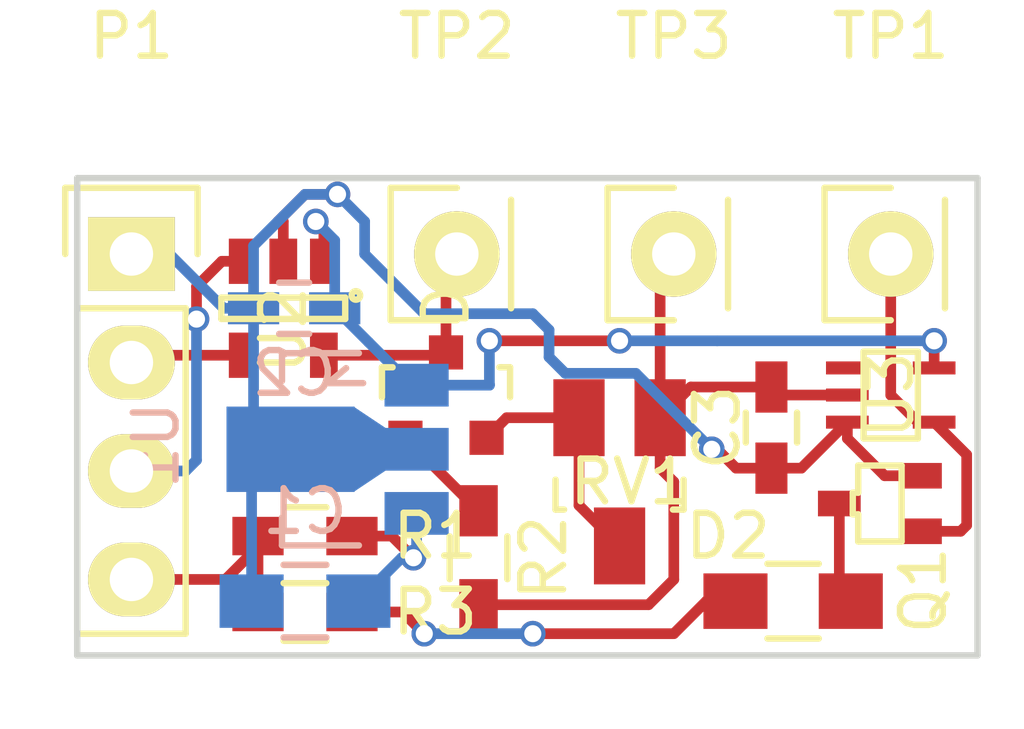
<source format=kicad_pcb>
(kicad_pcb (version 4) (host pcbnew 4.0.2-stable)

  (general
    (links 31)
    (no_connects 1)
    (area 136.830999 101.270999 158.063001 112.597001)
    (thickness 1.6)
    (drawings 4)
    (tracks 116)
    (zones 0)
    (modules 17)
    (nets 14)
  )

  (page A4)
  (layers
    (0 F.Cu signal)
    (31 B.Cu signal)
    (32 B.Adhes user)
    (33 F.Adhes user)
    (34 B.Paste user)
    (35 F.Paste user)
    (36 B.SilkS user)
    (37 F.SilkS user)
    (38 B.Mask user)
    (39 F.Mask user)
    (40 Dwgs.User user)
    (41 Cmts.User user)
    (42 Eco1.User user)
    (43 Eco2.User user)
    (44 Edge.Cuts user)
    (45 Margin user)
    (46 B.CrtYd user)
    (47 F.CrtYd user)
    (48 B.Fab user)
    (49 F.Fab user)
  )

  (setup
    (last_trace_width 0.25)
    (trace_clearance 0.2)
    (zone_clearance 0.508)
    (zone_45_only no)
    (trace_min 0.2)
    (segment_width 0.2)
    (edge_width 0.15)
    (via_size 0.6)
    (via_drill 0.4)
    (via_min_size 0.4)
    (via_min_drill 0.3)
    (uvia_size 0.3)
    (uvia_drill 0.1)
    (uvias_allowed no)
    (uvia_min_size 0.2)
    (uvia_min_drill 0.1)
    (pcb_text_width 0.3)
    (pcb_text_size 1.5 1.5)
    (mod_edge_width 0.15)
    (mod_text_size 1 1)
    (mod_text_width 0.15)
    (pad_size 1 0.3048)
    (pad_drill 0)
    (pad_to_mask_clearance 0.2)
    (aux_axis_origin 0 0)
    (visible_elements FFFEFF7F)
    (pcbplotparams
      (layerselection 0x00030_80000001)
      (usegerberextensions false)
      (excludeedgelayer true)
      (linewidth 0.100000)
      (plotframeref false)
      (viasonmask false)
      (mode 1)
      (useauxorigin false)
      (hpglpennumber 1)
      (hpglpenspeed 20)
      (hpglpendiameter 15)
      (hpglpenoverlay 2)
      (psnegative false)
      (psa4output false)
      (plotreference true)
      (plotvalue true)
      (plotinvisibletext false)
      (padsonsilk false)
      (subtractmaskfromsilk false)
      (outputformat 1)
      (mirror false)
      (drillshape 1)
      (scaleselection 1)
      (outputdirectory ""))
  )

  (net 0 "")
  (net 1 "Net-(C1-Pad1)")
  (net 2 GND)
  (net 3 "Net-(C3-Pad1)")
  (net 4 "Net-(D1-Pad1)")
  (net 5 "Net-(D1-Pad2)")
  (net 6 "Net-(D1-Pad3)")
  (net 7 "Net-(P1-Pad2)")
  (net 8 "Net-(P1-Pad3)")
  (net 9 "Net-(Q1-Pad1)")
  (net 10 "Net-(D2-Pad1)")
  (net 11 "Net-(D2-Pad2)")
  (net 12 3V3)
  (net 13 24V)

  (net_class Default "This is the default net class."
    (clearance 0.2)
    (trace_width 0.25)
    (via_dia 0.6)
    (via_drill 0.4)
    (uvia_dia 0.3)
    (uvia_drill 0.1)
    (add_net 24V)
    (add_net 3V3)
    (add_net GND)
    (add_net "Net-(C1-Pad1)")
    (add_net "Net-(C3-Pad1)")
    (add_net "Net-(D1-Pad1)")
    (add_net "Net-(D1-Pad2)")
    (add_net "Net-(D1-Pad3)")
    (add_net "Net-(D2-Pad1)")
    (add_net "Net-(D2-Pad2)")
    (add_net "Net-(P1-Pad2)")
    (add_net "Net-(P1-Pad3)")
    (add_net "Net-(Q1-Pad1)")
  )

  (module Capacitors_SMD:C_0805_HandSoldering (layer B.Cu) (tedit 541A9B8D) (tstamp 5980B3AF)
    (at 142.24 111.252 180)
    (descr "Capacitor SMD 0805, hand soldering")
    (tags "capacitor 0805")
    (path /59809EDD)
    (attr smd)
    (fp_text reference C1 (at 0 2.1 180) (layer B.SilkS)
      (effects (font (size 1 1) (thickness 0.15)) (justify mirror))
    )
    (fp_text value 1uF (at 0 -2.1 180) (layer B.Fab)
      (effects (font (size 1 1) (thickness 0.15)) (justify mirror))
    )
    (fp_line (start -2.3 1) (end 2.3 1) (layer B.CrtYd) (width 0.05))
    (fp_line (start -2.3 -1) (end 2.3 -1) (layer B.CrtYd) (width 0.05))
    (fp_line (start -2.3 1) (end -2.3 -1) (layer B.CrtYd) (width 0.05))
    (fp_line (start 2.3 1) (end 2.3 -1) (layer B.CrtYd) (width 0.05))
    (fp_line (start 0.5 0.85) (end -0.5 0.85) (layer B.SilkS) (width 0.15))
    (fp_line (start -0.5 -0.85) (end 0.5 -0.85) (layer B.SilkS) (width 0.15))
    (pad 1 smd rect (at -1.25 0 180) (size 1.5 1.25) (layers B.Cu B.Paste B.Mask)
      (net 1 "Net-(C1-Pad1)"))
    (pad 2 smd rect (at 1.25 0 180) (size 1.5 1.25) (layers B.Cu B.Paste B.Mask)
      (net 2 GND))
    (model Capacitors_SMD.3dshapes/C_0805_HandSoldering.wrl
      (at (xyz 0 0 0))
      (scale (xyz 1 1 1))
      (rotate (xyz 0 0 0))
    )
  )

  (module Capacitors_SMD:C_0603_HandSoldering (layer B.Cu) (tedit 5980B7BB) (tstamp 5980B3B5)
    (at 141.986 104.394 180)
    (descr "Capacitor SMD 0603, hand soldering")
    (tags "capacitor 0603")
    (path /59809F94)
    (attr smd)
    (fp_text reference C2 (at 0 -1.524 180) (layer B.SilkS)
      (effects (font (size 1 1) (thickness 0.15)) (justify mirror))
    )
    (fp_text value 0.1uF (at 0 -1.9 180) (layer B.Fab)
      (effects (font (size 1 1) (thickness 0.15)) (justify mirror))
    )
    (fp_line (start -1.85 0.75) (end 1.85 0.75) (layer B.CrtYd) (width 0.05))
    (fp_line (start -1.85 -0.75) (end 1.85 -0.75) (layer B.CrtYd) (width 0.05))
    (fp_line (start -1.85 0.75) (end -1.85 -0.75) (layer B.CrtYd) (width 0.05))
    (fp_line (start 1.85 0.75) (end 1.85 -0.75) (layer B.CrtYd) (width 0.05))
    (fp_line (start -0.35 0.6) (end 0.35 0.6) (layer B.SilkS) (width 0.15))
    (fp_line (start 0.35 -0.6) (end -0.35 -0.6) (layer B.SilkS) (width 0.15))
    (pad 1 smd rect (at -0.95 0 180) (size 1.2 0.75) (layers B.Cu B.Paste B.Mask)
      (net 12 3V3))
    (pad 2 smd rect (at 0.95 0 180) (size 1.2 0.75) (layers B.Cu B.Paste B.Mask)
      (net 2 GND))
    (model Capacitors_SMD.3dshapes/C_0603_HandSoldering.wrl
      (at (xyz 0 0 0))
      (scale (xyz 1 1 1))
      (rotate (xyz 0 0 0))
    )
  )

  (module Capacitors_SMD:C_0603_HandSoldering (layer F.Cu) (tedit 5980CE77) (tstamp 5980B3BB)
    (at 153.162 107.188 270)
    (descr "Capacitor SMD 0603, hand soldering")
    (tags "capacitor 0603")
    (path /5980AB44)
    (attr smd)
    (fp_text reference C3 (at 0 1.27 270) (layer F.SilkS)
      (effects (font (size 1 1) (thickness 0.15)))
    )
    (fp_text value C (at 0 1.9 270) (layer F.Fab)
      (effects (font (size 1 1) (thickness 0.15)))
    )
    (fp_line (start -1.85 -0.75) (end 1.85 -0.75) (layer F.CrtYd) (width 0.05))
    (fp_line (start -1.85 0.75) (end 1.85 0.75) (layer F.CrtYd) (width 0.05))
    (fp_line (start -1.85 -0.75) (end -1.85 0.75) (layer F.CrtYd) (width 0.05))
    (fp_line (start 1.85 -0.75) (end 1.85 0.75) (layer F.CrtYd) (width 0.05))
    (fp_line (start -0.35 -0.6) (end 0.35 -0.6) (layer F.SilkS) (width 0.15))
    (fp_line (start 0.35 0.6) (end -0.35 0.6) (layer F.SilkS) (width 0.15))
    (pad 1 smd rect (at -0.95 0 270) (size 1.2 0.75) (layers F.Cu F.Paste F.Mask)
      (net 3 "Net-(C3-Pad1)"))
    (pad 2 smd rect (at 0.95 0 270) (size 1.2 0.75) (layers F.Cu F.Paste F.Mask)
      (net 2 GND))
    (model Capacitors_SMD.3dshapes/C_0603_HandSoldering.wrl
      (at (xyz 0 0 0))
      (scale (xyz 1 1 1))
      (rotate (xyz 0 0 0))
    )
  )

  (module Housings_SOT-23_SOT-143_TSOT-6:SOT-23 (layer F.Cu) (tedit 5980B4A9) (tstamp 5980B3C2)
    (at 145.542 106.426)
    (descr "SOT-23, Standard")
    (tags SOT-23)
    (path /5980A56E)
    (attr smd)
    (fp_text reference D1 (at 0 -2.54 90) (layer F.SilkS)
      (effects (font (size 1 1) (thickness 0.15)))
    )
    (fp_text value BAT54S (at 0 2.3) (layer F.Fab)
      (effects (font (size 1 1) (thickness 0.15)))
    )
    (fp_line (start -1.65 -1.6) (end 1.65 -1.6) (layer F.CrtYd) (width 0.05))
    (fp_line (start 1.65 -1.6) (end 1.65 1.6) (layer F.CrtYd) (width 0.05))
    (fp_line (start 1.65 1.6) (end -1.65 1.6) (layer F.CrtYd) (width 0.05))
    (fp_line (start -1.65 1.6) (end -1.65 -1.6) (layer F.CrtYd) (width 0.05))
    (fp_line (start 1.29916 -0.65024) (end 1.2509 -0.65024) (layer F.SilkS) (width 0.15))
    (fp_line (start -1.49982 0.0508) (end -1.49982 -0.65024) (layer F.SilkS) (width 0.15))
    (fp_line (start -1.49982 -0.65024) (end -1.2509 -0.65024) (layer F.SilkS) (width 0.15))
    (fp_line (start 1.29916 -0.65024) (end 1.49982 -0.65024) (layer F.SilkS) (width 0.15))
    (fp_line (start 1.49982 -0.65024) (end 1.49982 0.0508) (layer F.SilkS) (width 0.15))
    (pad 1 smd rect (at -0.95 1.00076) (size 0.8001 0.8001) (layers F.Cu F.Paste F.Mask)
      (net 4 "Net-(D1-Pad1)"))
    (pad 2 smd rect (at 0.95 1.00076) (size 0.8001 0.8001) (layers F.Cu F.Paste F.Mask)
      (net 5 "Net-(D1-Pad2)"))
    (pad 3 smd rect (at 0 -0.99822) (size 0.8001 0.8001) (layers F.Cu F.Paste F.Mask)
      (net 6 "Net-(D1-Pad3)"))
    (model Housings_SOT-23_SOT-143_TSOT-6.3dshapes/SOT-23.wrl
      (at (xyz 0 0 0))
      (scale (xyz 1 1 1))
      (rotate (xyz 0 0 0))
    )
  )

  (module TO_SOT_Packages_SMD:SOT-323 (layer F.Cu) (tedit 5980CE74) (tstamp 5980B3D0)
    (at 155.702 108.966 270)
    (tags "SMD SOT")
    (path /5980C624)
    (attr smd)
    (fp_text reference Q1 (at 2.032 -1.016 270) (layer F.SilkS)
      (effects (font (size 1 1) (thickness 0.15)))
    )
    (fp_text value Q_NPN_BEC (at 0 0 270) (layer F.Fab)
      (effects (font (size 1 1) (thickness 0.15)))
    )
    (fp_line (start 0.254 0.508) (end 0.889 0.508) (layer F.SilkS) (width 0.15))
    (fp_line (start 0.889 0.508) (end 0.889 -0.508) (layer F.SilkS) (width 0.15))
    (fp_line (start -0.889 -0.508) (end -0.889 0.508) (layer F.SilkS) (width 0.15))
    (fp_line (start -0.889 0.508) (end -0.254 0.508) (layer F.SilkS) (width 0.15))
    (fp_line (start 0.254 0.635) (end 0.254 0.508) (layer F.SilkS) (width 0.15))
    (fp_line (start -0.254 0.508) (end -0.254 0.635) (layer F.SilkS) (width 0.15))
    (fp_line (start 0.889 -0.508) (end -0.889 -0.508) (layer F.SilkS) (width 0.15))
    (fp_line (start -0.254 0.635) (end 0.254 0.635) (layer F.SilkS) (width 0.15))
    (pad 2 smd rect (at -0.65024 -0.94996 270) (size 0.59944 1.00076) (layers F.Cu F.Paste F.Mask)
      (net 2 GND))
    (pad 1 smd rect (at 0.65024 -0.94996 270) (size 0.59944 1.00076) (layers F.Cu F.Paste F.Mask)
      (net 9 "Net-(Q1-Pad1)"))
    (pad 3 smd rect (at 0 0.94996 270) (size 0.59944 1.00076) (layers F.Cu F.Paste F.Mask)
      (net 10 "Net-(D2-Pad1)"))
    (model TO_SOT_Packages_SMD.3dshapes/SOT-323.wrl
      (at (xyz 0 0 0.001))
      (scale (xyz 0.3937 0.3937 0.3937))
      (rotate (xyz 0 0 0))
    )
  )

  (module Resistors_SMD:R_0603_HandSoldering (layer F.Cu) (tedit 5980B7CF) (tstamp 5980B3D6)
    (at 142.24 109.728)
    (descr "Resistor SMD 0603, hand soldering")
    (tags "resistor 0603")
    (path /59809DC9)
    (attr smd)
    (fp_text reference R1 (at 3.048 0) (layer F.SilkS)
      (effects (font (size 1 1) (thickness 0.15)))
    )
    (fp_text value R (at 0 1.9) (layer F.Fab)
      (effects (font (size 1 1) (thickness 0.15)))
    )
    (fp_line (start -2 -0.8) (end 2 -0.8) (layer F.CrtYd) (width 0.05))
    (fp_line (start -2 0.8) (end 2 0.8) (layer F.CrtYd) (width 0.05))
    (fp_line (start -2 -0.8) (end -2 0.8) (layer F.CrtYd) (width 0.05))
    (fp_line (start 2 -0.8) (end 2 0.8) (layer F.CrtYd) (width 0.05))
    (fp_line (start 0.5 0.675) (end -0.5 0.675) (layer F.SilkS) (width 0.15))
    (fp_line (start -0.5 -0.675) (end 0.5 -0.675) (layer F.SilkS) (width 0.15))
    (pad 1 smd rect (at -1.1 0) (size 1.2 0.9) (layers F.Cu F.Paste F.Mask)
      (net 13 24V))
    (pad 2 smd rect (at 1.1 0) (size 1.2 0.9) (layers F.Cu F.Paste F.Mask)
      (net 1 "Net-(C1-Pad1)"))
    (model Resistors_SMD.3dshapes/R_0603_HandSoldering.wrl
      (at (xyz 0 0 0))
      (scale (xyz 1 1 1))
      (rotate (xyz 0 0 0))
    )
  )

  (module Resistors_SMD:R_0603_HandSoldering (layer F.Cu) (tedit 5980CE87) (tstamp 5980B3DC)
    (at 146.304 110.236 270)
    (descr "Resistor SMD 0603, hand soldering")
    (tags "resistor 0603")
    (path /5980AABC)
    (attr smd)
    (fp_text reference R2 (at 0 -1.524 270) (layer F.SilkS)
      (effects (font (size 1 1) (thickness 0.15)))
    )
    (fp_text value R (at 0 1.9 270) (layer F.Fab)
      (effects (font (size 1 1) (thickness 0.15)))
    )
    (fp_line (start -2 -0.8) (end 2 -0.8) (layer F.CrtYd) (width 0.05))
    (fp_line (start -2 0.8) (end 2 0.8) (layer F.CrtYd) (width 0.05))
    (fp_line (start -2 -0.8) (end -2 0.8) (layer F.CrtYd) (width 0.05))
    (fp_line (start 2 -0.8) (end 2 0.8) (layer F.CrtYd) (width 0.05))
    (fp_line (start 0.5 0.675) (end -0.5 0.675) (layer F.SilkS) (width 0.15))
    (fp_line (start -0.5 -0.675) (end 0.5 -0.675) (layer F.SilkS) (width 0.15))
    (pad 1 smd rect (at -1.1 0 270) (size 1.2 0.9) (layers F.Cu F.Paste F.Mask)
      (net 4 "Net-(D1-Pad1)"))
    (pad 2 smd rect (at 1.1 0 270) (size 1.2 0.9) (layers F.Cu F.Paste F.Mask)
      (net 3 "Net-(C3-Pad1)"))
    (model Resistors_SMD.3dshapes/R_0603_HandSoldering.wrl
      (at (xyz 0 0 0))
      (scale (xyz 1 1 1))
      (rotate (xyz 0 0 0))
    )
  )

  (module Resistors_SMD:R_0603_HandSoldering (layer F.Cu) (tedit 5980B7BE) (tstamp 5980B3E2)
    (at 142.24 111.506)
    (descr "Resistor SMD 0603, hand soldering")
    (tags "resistor 0603")
    (path /5980C21B)
    (attr smd)
    (fp_text reference R3 (at 3.048 0) (layer F.SilkS)
      (effects (font (size 1 1) (thickness 0.15)))
    )
    (fp_text value R (at 0 1.9) (layer F.Fab)
      (effects (font (size 1 1) (thickness 0.15)))
    )
    (fp_line (start -2 -0.8) (end 2 -0.8) (layer F.CrtYd) (width 0.05))
    (fp_line (start -2 0.8) (end 2 0.8) (layer F.CrtYd) (width 0.05))
    (fp_line (start -2 -0.8) (end -2 0.8) (layer F.CrtYd) (width 0.05))
    (fp_line (start 2 -0.8) (end 2 0.8) (layer F.CrtYd) (width 0.05))
    (fp_line (start 0.5 0.675) (end -0.5 0.675) (layer F.SilkS) (width 0.15))
    (fp_line (start -0.5 -0.675) (end 0.5 -0.675) (layer F.SilkS) (width 0.15))
    (pad 1 smd rect (at -1.1 0) (size 1.2 0.9) (layers F.Cu F.Paste F.Mask)
      (net 13 24V))
    (pad 2 smd rect (at 1.1 0) (size 1.2 0.9) (layers F.Cu F.Paste F.Mask)
      (net 11 "Net-(D2-Pad2)"))
    (model Resistors_SMD.3dshapes/R_0603_HandSoldering.wrl
      (at (xyz 0 0 0))
      (scale (xyz 1 1 1))
      (rotate (xyz 0 0 0))
    )
  )

  (module TO_SOT_Packages_SMD:SOT-23_Handsoldering (layer F.Cu) (tedit 5980CE84) (tstamp 5980B3E9)
    (at 149.606 108.458 180)
    (descr "SOT-23, Handsoldering")
    (tags SOT-23)
    (path /5980B72A)
    (attr smd)
    (fp_text reference RV1 (at -0.254 0 180) (layer F.SilkS)
      (effects (font (size 1 1) (thickness 0.15)))
    )
    (fp_text value POT (at 0 3.81 180) (layer F.Fab)
      (effects (font (size 1 1) (thickness 0.15)))
    )
    (fp_line (start -1.49982 0.0508) (end -1.49982 -0.65024) (layer F.SilkS) (width 0.15))
    (fp_line (start -1.49982 -0.65024) (end -1.2509 -0.65024) (layer F.SilkS) (width 0.15))
    (fp_line (start 1.29916 -0.65024) (end 1.49982 -0.65024) (layer F.SilkS) (width 0.15))
    (fp_line (start 1.49982 -0.65024) (end 1.49982 0.0508) (layer F.SilkS) (width 0.15))
    (pad 1 smd rect (at -0.95 1.50114 180) (size 1.2 1.80086) (layers F.Cu F.Paste F.Mask)
      (net 3 "Net-(C3-Pad1)"))
    (pad 2 smd rect (at 0.95 1.50114 180) (size 1.2 1.80086) (layers F.Cu F.Paste F.Mask)
      (net 5 "Net-(D1-Pad2)"))
    (pad 3 smd rect (at 0 -1.50114 180) (size 1.2 1.80086) (layers F.Cu F.Paste F.Mask)
      (net 5 "Net-(D1-Pad2)"))
    (model TO_SOT_Packages_SMD.3dshapes/SOT-23_Handsoldering.wrl
      (at (xyz 0 0 0))
      (scale (xyz 1 1 1))
      (rotate (xyz 0 0 0))
    )
  )

  (module Socket_Strips:Socket_Strip_Straight_1x01 (layer F.Cu) (tedit 5980B5DD) (tstamp 5980B3EE)
    (at 155.956 103.124)
    (descr "Through hole socket strip")
    (tags "socket strip")
    (path /5980C9E6)
    (fp_text reference TP1 (at 0 -5.1) (layer F.SilkS)
      (effects (font (size 1 1) (thickness 0.15)))
    )
    (fp_text value INV_OUT (at 0 -3.1) (layer F.Fab)
      (effects (font (size 1 1) (thickness 0.15)))
    )
    (fp_line (start -1.75 -1.75) (end -1.75 1.75) (layer F.CrtYd) (width 0.05))
    (fp_line (start 1.75 -1.75) (end 1.75 1.75) (layer F.CrtYd) (width 0.05))
    (fp_line (start -1.75 -1.75) (end 1.75 -1.75) (layer F.CrtYd) (width 0.05))
    (fp_line (start -1.75 1.75) (end 1.75 1.75) (layer F.CrtYd) (width 0.05))
    (fp_line (start 1.27 1.27) (end 1.27 -1.27) (layer F.SilkS) (width 0.15))
    (fp_line (start -1.55 -1.55) (end 0 -1.55) (layer F.SilkS) (width 0.15))
    (fp_line (start -1.55 -1.55) (end -1.55 1.55) (layer F.SilkS) (width 0.15))
    (fp_line (start -1.55 1.55) (end 0 1.55) (layer F.SilkS) (width 0.15))
    (pad 1 thru_hole circle (at 0 0) (size 2 2) (drill 1.016) (layers *.Cu *.Mask F.SilkS)
      (net 9 "Net-(Q1-Pad1)"))
    (model Socket_Strips.3dshapes/Socket_Strip_Straight_1x01.wrl
      (at (xyz 0 0 0))
      (scale (xyz 1 1 1))
      (rotate (xyz 0 0 180))
    )
  )

  (module Socket_Strips:Socket_Strip_Straight_1x01 (layer F.Cu) (tedit 5980B5D8) (tstamp 5980B3F3)
    (at 145.796 103.124)
    (descr "Through hole socket strip")
    (tags "socket strip")
    (path /5980CCAE)
    (fp_text reference TP2 (at 0 -5.1) (layer F.SilkS)
      (effects (font (size 1 1) (thickness 0.15)))
    )
    (fp_text value RCV_OUT (at 0 -3.1) (layer F.Fab)
      (effects (font (size 1 1) (thickness 0.15)))
    )
    (fp_line (start -1.75 -1.75) (end -1.75 1.75) (layer F.CrtYd) (width 0.05))
    (fp_line (start 1.75 -1.75) (end 1.75 1.75) (layer F.CrtYd) (width 0.05))
    (fp_line (start -1.75 -1.75) (end 1.75 -1.75) (layer F.CrtYd) (width 0.05))
    (fp_line (start -1.75 1.75) (end 1.75 1.75) (layer F.CrtYd) (width 0.05))
    (fp_line (start 1.27 1.27) (end 1.27 -1.27) (layer F.SilkS) (width 0.15))
    (fp_line (start -1.55 -1.55) (end 0 -1.55) (layer F.SilkS) (width 0.15))
    (fp_line (start -1.55 -1.55) (end -1.55 1.55) (layer F.SilkS) (width 0.15))
    (fp_line (start -1.55 1.55) (end 0 1.55) (layer F.SilkS) (width 0.15))
    (pad 1 thru_hole circle (at 0 0) (size 2 2) (drill 1.016) (layers *.Cu *.Mask F.SilkS)
      (net 6 "Net-(D1-Pad3)"))
    (model Socket_Strips.3dshapes/Socket_Strip_Straight_1x01.wrl
      (at (xyz 0 0 0))
      (scale (xyz 1 1 1))
      (rotate (xyz 0 0 180))
    )
  )

  (module Socket_Strips:Socket_Strip_Straight_1x01 (layer F.Cu) (tedit 5980B5E5) (tstamp 5980B3F8)
    (at 150.876 103.124)
    (descr "Through hole socket strip")
    (tags "socket strip")
    (path /5980CB43)
    (fp_text reference TP3 (at 0 -5.1) (layer F.SilkS)
      (effects (font (size 1 1) (thickness 0.15)))
    )
    (fp_text value INV_IN (at 0 -3.1) (layer F.Fab)
      (effects (font (size 1 1) (thickness 0.15)))
    )
    (fp_line (start -1.75 -1.75) (end -1.75 1.75) (layer F.CrtYd) (width 0.05))
    (fp_line (start 1.75 -1.75) (end 1.75 1.75) (layer F.CrtYd) (width 0.05))
    (fp_line (start -1.75 -1.75) (end 1.75 -1.75) (layer F.CrtYd) (width 0.05))
    (fp_line (start -1.75 1.75) (end 1.75 1.75) (layer F.CrtYd) (width 0.05))
    (fp_line (start 1.27 1.27) (end 1.27 -1.27) (layer F.SilkS) (width 0.15))
    (fp_line (start -1.55 -1.55) (end 0 -1.55) (layer F.SilkS) (width 0.15))
    (fp_line (start -1.55 -1.55) (end -1.55 1.55) (layer F.SilkS) (width 0.15))
    (fp_line (start -1.55 1.55) (end 0 1.55) (layer F.SilkS) (width 0.15))
    (pad 1 thru_hole circle (at 0 0) (size 2 2) (drill 1.016) (layers *.Cu *.Mask F.SilkS)
      (net 3 "Net-(C3-Pad1)"))
    (model Socket_Strips.3dshapes/Socket_Strip_Straight_1x01.wrl
      (at (xyz 0 0 0))
      (scale (xyz 1 1 1))
      (rotate (xyz 0 0 180))
    )
  )

  (module TO_SOT_Packages_SMD:SOT-23-5 (layer F.Cu) (tedit 5980B7C9) (tstamp 5980B40A)
    (at 141.732 104.394 270)
    (descr "5-pin SOT23 package")
    (tags SOT-23-5)
    (path /59809A35)
    (attr smd)
    (fp_text reference U2 (at 0.508 0 270) (layer F.SilkS)
      (effects (font (size 1 1) (thickness 0.15)))
    )
    (fp_text value DS90LV (at -0.05 2.35 270) (layer F.Fab)
      (effects (font (size 1 1) (thickness 0.15)))
    )
    (fp_line (start -1.8 -1.6) (end 1.8 -1.6) (layer F.CrtYd) (width 0.05))
    (fp_line (start 1.8 -1.6) (end 1.8 1.6) (layer F.CrtYd) (width 0.05))
    (fp_line (start 1.8 1.6) (end -1.8 1.6) (layer F.CrtYd) (width 0.05))
    (fp_line (start -1.8 1.6) (end -1.8 -1.6) (layer F.CrtYd) (width 0.05))
    (fp_circle (center -0.3 -1.7) (end -0.2 -1.7) (layer F.SilkS) (width 0.15))
    (fp_line (start 0.25 -1.45) (end -0.25 -1.45) (layer F.SilkS) (width 0.15))
    (fp_line (start 0.25 1.45) (end 0.25 -1.45) (layer F.SilkS) (width 0.15))
    (fp_line (start -0.25 1.45) (end 0.25 1.45) (layer F.SilkS) (width 0.15))
    (fp_line (start -0.25 -1.45) (end -0.25 1.45) (layer F.SilkS) (width 0.15))
    (pad 1 smd rect (at -1.1 -0.95 270) (size 1.06 0.65) (layers F.Cu F.Paste F.Mask)
      (net 12 3V3))
    (pad 2 smd rect (at -1.1 0 270) (size 1.06 0.65) (layers F.Cu F.Paste F.Mask)
      (net 2 GND))
    (pad 3 smd rect (at -1.1 0.95 270) (size 1.06 0.65) (layers F.Cu F.Paste F.Mask)
      (net 8 "Net-(P1-Pad3)"))
    (pad 4 smd rect (at 1.1 0.95 270) (size 1.06 0.65) (layers F.Cu F.Paste F.Mask)
      (net 7 "Net-(P1-Pad2)"))
    (pad 5 smd rect (at 1.1 -0.95 270) (size 1.06 0.65) (layers F.Cu F.Paste F.Mask)
      (net 6 "Net-(D1-Pad3)"))
    (model TO_SOT_Packages_SMD.3dshapes/SOT-23-5.wrl
      (at (xyz 0 0 0))
      (scale (xyz 1 1 1))
      (rotate (xyz 0 0 0))
    )
  )

  (module TO_SOT_Packages_SMD:SOT-353 (layer F.Cu) (tedit 5980CE80) (tstamp 5980B413)
    (at 155.956 106.426)
    (descr SOT353)
    (path /59809ABD)
    (attr smd)
    (fp_text reference U3 (at 0 0 90) (layer F.SilkS)
      (effects (font (size 1 1) (thickness 0.15)))
    )
    (fp_text value 17SZ14 (at 0.09906 0 90) (layer F.Fab)
      (effects (font (size 1 1) (thickness 0.15)))
    )
    (fp_line (start 0.635 1.016) (end 0.635 -1.016) (layer F.SilkS) (width 0.15))
    (fp_line (start 0.635 -1.016) (end -0.635 -1.016) (layer F.SilkS) (width 0.15))
    (fp_line (start -0.635 -1.016) (end -0.635 1.016) (layer F.SilkS) (width 0.15))
    (fp_line (start -0.635 1.016) (end 0.635 1.016) (layer F.SilkS) (width 0.15))
    (pad 1 smd rect (at -1.016 -0.635) (size 1 0.3048) (layers F.Cu F.Paste F.Mask))
    (pad 3 smd rect (at -1.016 0.635) (size 1 0.3048) (layers F.Cu F.Paste F.Mask)
      (net 2 GND))
    (pad 5 smd rect (at 1.016 -0.635) (size 1 0.3048) (layers F.Cu F.Paste F.Mask)
      (net 12 3V3))
    (pad 2 smd rect (at -1.016 0) (size 1 0.3048) (layers F.Cu F.Paste F.Mask)
      (net 3 "Net-(C3-Pad1)"))
    (pad 4 smd rect (at 1.016 0.635) (size 1 0.3048) (layers F.Cu F.Paste F.Mask)
      (net 9 "Net-(Q1-Pad1)"))
    (model TO_SOT_Packages_SMD.3dshapes/SOT-353.wrl
      (at (xyz 0 0 0))
      (scale (xyz 0.07000000000000001 0.09 0.08))
      (rotate (xyz 0 0 90))
    )
  )

  (module Pin_Headers:Pin_Header_Straight_1x04 (layer F.Cu) (tedit 0) (tstamp 5980B4DE)
    (at 138.176 103.124)
    (descr "Through hole pin header")
    (tags "pin header")
    (path /5980CD7F)
    (fp_text reference P1 (at 0 -5.1) (layer F.SilkS)
      (effects (font (size 1 1) (thickness 0.15)))
    )
    (fp_text value CANBUS (at 0 -3.1) (layer F.Fab)
      (effects (font (size 1 1) (thickness 0.15)))
    )
    (fp_line (start -1.75 -1.75) (end -1.75 9.4) (layer F.CrtYd) (width 0.05))
    (fp_line (start 1.75 -1.75) (end 1.75 9.4) (layer F.CrtYd) (width 0.05))
    (fp_line (start -1.75 -1.75) (end 1.75 -1.75) (layer F.CrtYd) (width 0.05))
    (fp_line (start -1.75 9.4) (end 1.75 9.4) (layer F.CrtYd) (width 0.05))
    (fp_line (start -1.27 1.27) (end -1.27 8.89) (layer F.SilkS) (width 0.15))
    (fp_line (start 1.27 1.27) (end 1.27 8.89) (layer F.SilkS) (width 0.15))
    (fp_line (start 1.55 -1.55) (end 1.55 0) (layer F.SilkS) (width 0.15))
    (fp_line (start -1.27 8.89) (end 1.27 8.89) (layer F.SilkS) (width 0.15))
    (fp_line (start 1.27 1.27) (end -1.27 1.27) (layer F.SilkS) (width 0.15))
    (fp_line (start -1.55 0) (end -1.55 -1.55) (layer F.SilkS) (width 0.15))
    (fp_line (start -1.55 -1.55) (end 1.55 -1.55) (layer F.SilkS) (width 0.15))
    (pad 1 thru_hole rect (at 0 0) (size 2.032 1.7272) (drill 1.016) (layers *.Cu *.Mask F.SilkS)
      (net 2 GND))
    (pad 2 thru_hole oval (at 0 2.54) (size 2.032 1.7272) (drill 1.016) (layers *.Cu *.Mask F.SilkS)
      (net 7 "Net-(P1-Pad2)"))
    (pad 3 thru_hole oval (at 0 5.08) (size 2.032 1.7272) (drill 1.016) (layers *.Cu *.Mask F.SilkS)
      (net 8 "Net-(P1-Pad3)"))
    (pad 4 thru_hole oval (at 0 7.62) (size 2.032 1.7272) (drill 1.016) (layers *.Cu *.Mask F.SilkS)
      (net 13 24V))
    (model Pin_Headers.3dshapes/Pin_Header_Straight_1x04.wrl
      (at (xyz 0 -0.15 0))
      (scale (xyz 1 1 1))
      (rotate (xyz 0 0 90))
    )
  )

  (module TO_SOT_Packages_SMD:SOT89-3_Housing (layer B.Cu) (tedit 0) (tstamp 5980B77B)
    (at 143.002 107.696 270)
    (descr "SOT89-3, Housing,")
    (tags "SOT89-3, Housing,")
    (path /59809BC2)
    (attr smd)
    (fp_text reference U1 (at -0.09906 4.24942 270) (layer B.SilkS)
      (effects (font (size 1 1) (thickness 0.15)) (justify mirror))
    )
    (fp_text value LM7805 (at -0.20066 -4.59994 270) (layer B.Fab)
      (effects (font (size 1 1) (thickness 0.15)) (justify mirror))
    )
    (fp_line (start -1.89992 -0.20066) (end -1.651 0.09906) (layer B.SilkS) (width 0.15))
    (fp_line (start -1.651 0.09906) (end -1.5494 0.24892) (layer B.SilkS) (width 0.15))
    (fp_line (start -1.5494 0.24892) (end -1.5494 -0.59944) (layer B.SilkS) (width 0.15))
    (fp_line (start -2.25044 1.30048) (end -2.25044 -0.50038) (layer B.SilkS) (width 0.15))
    (fp_line (start -2.25044 1.30048) (end -1.6002 1.30048) (layer B.SilkS) (width 0.15))
    (fp_line (start 2.25044 1.30048) (end 2.25044 -0.50038) (layer B.SilkS) (width 0.15))
    (fp_line (start 2.25044 1.30048) (end 1.6002 1.30048) (layer B.SilkS) (width 0.15))
    (pad 1 smd rect (at -1.50114 -1.85166 270) (size 1.00076 1.50114) (layers B.Cu B.Paste B.Mask)
      (net 12 3V3))
    (pad 2 smd rect (at 0 -1.85166 270) (size 1.00076 1.50114) (layers B.Cu B.Paste B.Mask)
      (net 2 GND))
    (pad 3 smd rect (at 1.50114 -1.85166 270) (size 1.00076 1.50114) (layers B.Cu B.Paste B.Mask)
      (net 1 "Net-(C1-Pad1)"))
    (pad 2 smd rect (at 0 1.09982 270) (size 1.99898 2.99974) (layers B.Cu B.Paste B.Mask)
      (net 2 GND))
    (pad 2 smd trapezoid (at 0 -0.7493 90) (size 1.50114 0.7493) (rect_delta 0 -0.50038 ) (layers B.Cu B.Paste B.Mask)
      (net 2 GND))
    (model TO_SOT_Packages_SMD.3dshapes/SOT89-3_Housing.wrl
      (at (xyz 0 0 0))
      (scale (xyz 0.3937 0.3937 0.3937))
      (rotate (xyz 0 0 0))
    )
  )

  (module Resistors_SMD:R_0805_HandSoldering (layer F.Cu) (tedit 5980CE70) (tstamp 5980CA25)
    (at 153.67 111.252 180)
    (descr "Resistor SMD 0805, hand soldering")
    (tags "resistor 0805")
    (path /5980DD31)
    (attr smd)
    (fp_text reference D2 (at 1.524 1.524 180) (layer F.SilkS)
      (effects (font (size 1 1) (thickness 0.15)))
    )
    (fp_text value LED (at 0 2.1 180) (layer F.Fab)
      (effects (font (size 1 1) (thickness 0.15)))
    )
    (fp_line (start -2.4 -1) (end 2.4 -1) (layer F.CrtYd) (width 0.05))
    (fp_line (start -2.4 1) (end 2.4 1) (layer F.CrtYd) (width 0.05))
    (fp_line (start -2.4 -1) (end -2.4 1) (layer F.CrtYd) (width 0.05))
    (fp_line (start 2.4 -1) (end 2.4 1) (layer F.CrtYd) (width 0.05))
    (fp_line (start 0.6 0.875) (end -0.6 0.875) (layer F.SilkS) (width 0.15))
    (fp_line (start -0.6 -0.875) (end 0.6 -0.875) (layer F.SilkS) (width 0.15))
    (pad 1 smd rect (at -1.35 0 180) (size 1.5 1.3) (layers F.Cu F.Paste F.Mask)
      (net 10 "Net-(D2-Pad1)"))
    (pad 2 smd rect (at 1.35 0 180) (size 1.5 1.3) (layers F.Cu F.Paste F.Mask)
      (net 11 "Net-(D2-Pad2)"))
    (model Resistors_SMD.3dshapes/R_0805_HandSoldering.wrl
      (at (xyz 0 0 0))
      (scale (xyz 1 1 1))
      (rotate (xyz 0 0 0))
    )
  )

  (gr_line (start 157.988 112.522) (end 157.988 101.346) (angle 90) (layer Edge.Cuts) (width 0.15))
  (gr_line (start 136.906 101.346) (end 157.988 101.346) (angle 90) (layer Edge.Cuts) (width 0.15))
  (gr_line (start 136.906 112.522) (end 136.906 101.346) (angle 90) (layer Edge.Cuts) (width 0.15))
  (gr_line (start 157.988 112.522) (end 136.906 112.522) (angle 90) (layer Edge.Cuts) (width 0.15))

  (segment (start 143.34 109.728) (end 144.272 109.728) (width 0.25) (layer F.Cu) (net 1))
  (via (at 144.78 110.236) (size 0.6) (drill 0.4) (layers F.Cu B.Cu) (net 1))
  (segment (start 144.272 109.728) (end 144.78 110.236) (width 0.25) (layer F.Cu) (net 1) (tstamp 5980CC65))
  (segment (start 144.78 110.236) (end 144.506 110.236) (width 0.25) (layer B.Cu) (net 1))
  (segment (start 144.506 110.236) (end 143.49 111.252) (width 0.25) (layer B.Cu) (net 1) (tstamp 5980CC50))
  (segment (start 144.85366 110.16234) (end 144.85366 109.19714) (width 0.25) (layer B.Cu) (net 1) (tstamp 5980CC49))
  (segment (start 144.78 110.236) (end 144.85366 110.16234) (width 0.25) (layer B.Cu) (net 1) (tstamp 5980CC48))
  (segment (start 138.176 103.124) (end 139.065 103.124) (width 0.25) (layer B.Cu) (net 2) (status C00000))
  (segment (start 139.065 103.124) (end 140.335 104.394) (width 0.25) (layer B.Cu) (net 2) (tstamp 5980D03F) (status 400000))
  (segment (start 140.335 104.394) (end 141.036 104.394) (width 0.25) (layer B.Cu) (net 2) (tstamp 5980D042) (status 800000))
  (segment (start 141.732 102.235) (end 142.24 101.727) (width 0.25) (layer B.Cu) (net 2))
  (segment (start 141.036 102.931) (end 141.732 102.235) (width 0.25) (layer B.Cu) (net 2) (tstamp 5980CFEB))
  (segment (start 141.036 104.394) (end 141.036 102.931) (width 0.25) (layer B.Cu) (net 2) (status 400000))
  (segment (start 143.002 101.727) (end 143.002 101.727) (width 0.25) (layer B.Cu) (net 2) (tstamp 5980D00E))
  (segment (start 142.24 101.727) (end 143.002 101.727) (width 0.25) (layer B.Cu) (net 2) (tstamp 5980D00C))
  (segment (start 144.85366 107.696) (end 141.90218 107.696) (width 0.25) (layer B.Cu) (net 2))
  (segment (start 141.036 104.394) (end 141.036 106.82982) (width 0.25) (layer B.Cu) (net 2))
  (segment (start 141.036 106.82982) (end 141.90218 107.696) (width 0.25) (layer B.Cu) (net 2) (tstamp 5980CC57))
  (segment (start 140.99 111.252) (end 140.99 108.60818) (width 0.25) (layer B.Cu) (net 2))
  (segment (start 140.99 108.60818) (end 141.90218 107.696) (width 0.25) (layer B.Cu) (net 2) (tstamp 5980CC53))
  (segment (start 153.162 108.138) (end 152.334 108.138) (width 0.25) (layer F.Cu) (net 2))
  (segment (start 152.334 108.138) (end 151.892 107.696) (width 0.25) (layer F.Cu) (net 2) (tstamp 5980CF69))
  (segment (start 151.892 107.696) (end 151.765 107.696) (width 0.25) (layer F.Cu) (net 2) (tstamp 5980CF6D))
  (via (at 151.765 107.696) (size 0.6) (drill 0.4) (layers F.Cu B.Cu) (net 2))
  (segment (start 151.765 107.696) (end 149.987 105.918) (width 0.25) (layer B.Cu) (net 2) (tstamp 5980CF6F))
  (segment (start 149.987 105.918) (end 148.336 105.918) (width 0.25) (layer B.Cu) (net 2) (tstamp 5980CF70))
  (segment (start 148.336 105.918) (end 147.955 105.537) (width 0.25) (layer B.Cu) (net 2) (tstamp 5980CF72))
  (segment (start 147.955 105.537) (end 147.955 104.902) (width 0.25) (layer B.Cu) (net 2) (tstamp 5980CF73))
  (segment (start 147.955 104.902) (end 147.574 104.521) (width 0.25) (layer B.Cu) (net 2) (tstamp 5980CF74))
  (segment (start 147.574 104.521) (end 145.034 104.521) (width 0.25) (layer B.Cu) (net 2) (tstamp 5980CF75))
  (segment (start 145.034 104.521) (end 143.637 103.124) (width 0.25) (layer B.Cu) (net 2) (tstamp 5980CF7A))
  (segment (start 143.637 103.124) (end 143.637 102.362) (width 0.25) (layer B.Cu) (net 2) (tstamp 5980CF7E))
  (segment (start 143.637 102.362) (end 143.002 101.727) (width 0.25) (layer B.Cu) (net 2) (tstamp 5980CF82))
  (segment (start 142.24 101.727) (end 141.732 102.235) (width 0.25) (layer F.Cu) (net 2) (tstamp 5980CF88))
  (via (at 143.002 101.727) (size 0.6) (drill 0.4) (layers F.Cu B.Cu) (net 2))
  (segment (start 143.002 101.727) (end 143.002 101.727) (width 0.25) (layer F.Cu) (net 2) (tstamp 5980CF86))
  (segment (start 143.002 101.727) (end 142.24 101.727) (width 0.25) (layer F.Cu) (net 2) (tstamp 5980CF87))
  (segment (start 141.732 102.235) (end 141.605 102.362) (width 0.25) (layer F.Cu) (net 2) (tstamp 5980CFFB))
  (segment (start 154.94 107.061) (end 154.94 107.442) (width 0.25) (layer F.Cu) (net 2))
  (segment (start 155.81376 108.31576) (end 156.65196 108.31576) (width 0.25) (layer F.Cu) (net 2) (tstamp 5980CDD6))
  (segment (start 154.94 107.442) (end 155.81376 108.31576) (width 0.25) (layer F.Cu) (net 2) (tstamp 5980CDD5))
  (segment (start 141.732 103.294) (end 141.732 102.362) (width 0.25) (layer F.Cu) (net 2))
  (segment (start 141.732 102.362) (end 141.605 102.362) (width 0.25) (layer F.Cu) (net 2) (tstamp 5980CCF0))
  (segment (start 153.162 108.138) (end 153.863 108.138) (width 0.25) (layer F.Cu) (net 2))
  (segment (start 153.863 108.138) (end 154.94 107.061) (width 0.25) (layer F.Cu) (net 2) (tstamp 5980CCAA))
  (segment (start 146.304 111.336) (end 150.284 111.336) (width 0.25) (layer F.Cu) (net 3))
  (segment (start 150.556 108.138) (end 150.556 106.95686) (width 0.25) (layer F.Cu) (net 3) (tstamp 5980CDD0))
  (segment (start 150.876 108.458) (end 150.556 108.138) (width 0.25) (layer F.Cu) (net 3) (tstamp 5980CDCB))
  (segment (start 150.876 109.22) (end 150.876 108.458) (width 0.25) (layer F.Cu) (net 3) (tstamp 5980CDCA))
  (segment (start 150.876 110.744) (end 150.876 109.22) (width 0.25) (layer F.Cu) (net 3) (tstamp 5980CDC8))
  (segment (start 150.284 111.336) (end 150.876 110.744) (width 0.25) (layer F.Cu) (net 3) (tstamp 5980CDC5))
  (segment (start 154.94 106.426) (end 153.35 106.426) (width 0.25) (layer F.Cu) (net 3))
  (segment (start 153.35 106.426) (end 153.162 106.238) (width 0.25) (layer F.Cu) (net 3) (tstamp 5980CCEC))
  (segment (start 153.162 106.238) (end 151.27486 106.238) (width 0.25) (layer F.Cu) (net 3))
  (segment (start 151.27486 106.238) (end 150.556 106.95686) (width 0.25) (layer F.Cu) (net 3) (tstamp 5980CCC3))
  (segment (start 150.556 106.95686) (end 150.556 103.444) (width 0.25) (layer F.Cu) (net 3))
  (segment (start 150.556 103.444) (end 150.876 103.124) (width 0.25) (layer F.Cu) (net 3) (tstamp 5980CCC0))
  (segment (start 146.304 109.136) (end 146.30124 109.136) (width 0.25) (layer F.Cu) (net 4))
  (segment (start 146.30124 109.136) (end 144.592 107.42676) (width 0.25) (layer F.Cu) (net 4) (tstamp 5980CE16))
  (segment (start 148.656 106.95686) (end 148.656 109.00914) (width 0.25) (layer F.Cu) (net 5))
  (segment (start 148.656 109.00914) (end 149.606 109.95914) (width 0.25) (layer F.Cu) (net 5) (tstamp 5980CCCA))
  (segment (start 148.656 106.95686) (end 146.9619 106.95686) (width 0.25) (layer F.Cu) (net 5))
  (segment (start 146.9619 106.95686) (end 146.492 107.42676) (width 0.25) (layer F.Cu) (net 5) (tstamp 5980CCC7))
  (segment (start 142.682 105.494) (end 145.47578 105.494) (width 0.25) (layer F.Cu) (net 6))
  (segment (start 145.47578 105.494) (end 145.542 105.42778) (width 0.25) (layer F.Cu) (net 6) (tstamp 5980CD0D))
  (segment (start 145.542 105.42778) (end 145.542 103.378) (width 0.25) (layer F.Cu) (net 6))
  (segment (start 145.542 103.378) (end 145.796 103.124) (width 0.25) (layer F.Cu) (net 6) (tstamp 5980CCBD))
  (segment (start 140.782 105.494) (end 138.346 105.494) (width 0.25) (layer F.Cu) (net 7))
  (segment (start 138.346 105.494) (end 138.176 105.664) (width 0.25) (layer F.Cu) (net 7) (tstamp 5980CD0A))
  (segment (start 140.782 103.294) (end 140.292 103.294) (width 0.25) (layer F.Cu) (net 8))
  (segment (start 139.446 108.204) (end 138.176 108.204) (width 0.25) (layer B.Cu) (net 8) (tstamp 5980CD07))
  (segment (start 139.7 107.95) (end 139.446 108.204) (width 0.25) (layer B.Cu) (net 8) (tstamp 5980CD06))
  (segment (start 139.7 104.648) (end 139.7 107.95) (width 0.25) (layer B.Cu) (net 8) (tstamp 5980CD05))
  (via (at 139.7 104.648) (size 0.6) (drill 0.4) (layers F.Cu B.Cu) (net 8))
  (segment (start 139.7 103.886) (end 139.7 104.648) (width 0.25) (layer F.Cu) (net 8) (tstamp 5980CCF8))
  (segment (start 140.292 103.294) (end 139.7 103.886) (width 0.25) (layer F.Cu) (net 8) (tstamp 5980CCF6))
  (segment (start 156.65196 109.61624) (end 157.59176 109.61624) (width 0.25) (layer F.Cu) (net 9))
  (segment (start 157.734 107.823) (end 156.972 107.061) (width 0.25) (layer F.Cu) (net 9) (tstamp 5980CEAB))
  (segment (start 157.734 109.474) (end 157.734 107.823) (width 0.25) (layer F.Cu) (net 9) (tstamp 5980CEA9))
  (segment (start 157.59176 109.61624) (end 157.734 109.474) (width 0.25) (layer F.Cu) (net 9) (tstamp 5980CEA7))
  (segment (start 156.972 107.061) (end 156.591 107.061) (width 0.25) (layer F.Cu) (net 9))
  (segment (start 156.591 107.061) (end 155.956 106.426) (width 0.25) (layer F.Cu) (net 9) (tstamp 5980CCB0))
  (segment (start 155.956 106.426) (end 155.956 103.124) (width 0.25) (layer F.Cu) (net 9) (tstamp 5980CCB1))
  (segment (start 154.75204 108.966) (end 154.75204 110.98404) (width 0.25) (layer F.Cu) (net 10))
  (segment (start 154.75204 110.98404) (end 155.02 111.252) (width 0.25) (layer F.Cu) (net 10) (tstamp 5980CDE2))
  (via (at 147.574 112.014) (size 0.6) (drill 0.4) (layers F.Cu B.Cu) (net 11))
  (segment (start 150.876 112.014) (end 147.574 112.014) (width 0.25) (layer F.Cu) (net 11) (tstamp 5980CDE6))
  (segment (start 151.638 111.252) (end 150.876 112.014) (width 0.25) (layer F.Cu) (net 11) (tstamp 5980CDE5))
  (segment (start 144.526 111.506) (end 143.34 111.506) (width 0.25) (layer F.Cu) (net 11) (tstamp 5980CDFB))
  (segment (start 145.034 112.014) (end 144.526 111.506) (width 0.25) (layer F.Cu) (net 11) (tstamp 5980CDFA))
  (via (at 145.034 112.014) (size 0.6) (drill 0.4) (layers F.Cu B.Cu) (net 11))
  (segment (start 147.574 112.014) (end 145.034 112.014) (width 0.25) (layer B.Cu) (net 11) (tstamp 5980CDF6))
  (segment (start 152.32 111.252) (end 151.638 111.252) (width 0.25) (layer F.Cu) (net 11))
  (segment (start 151.892 105.156) (end 149.606 105.156) (width 0.25) (layer B.Cu) (net 12))
  (segment (start 146.558 105.156) (end 146.558 106.19486) (width 0.25) (layer B.Cu) (net 12) (tstamp 5980CF47))
  (via (at 146.558 105.156) (size 0.6) (drill 0.4) (layers F.Cu B.Cu) (net 12))
  (segment (start 149.606 105.156) (end 146.558 105.156) (width 0.25) (layer F.Cu) (net 12) (tstamp 5980CF43))
  (via (at 149.606 105.156) (size 0.6) (drill 0.4) (layers F.Cu B.Cu) (net 12))
  (segment (start 146.558 106.19486) (end 146.558 106.172) (width 0.25) (layer B.Cu) (net 12) (tstamp 5980CF48))
  (segment (start 146.558 106.172) (end 146.558 106.19486) (width 0.25) (layer B.Cu) (net 12) (tstamp 5980CF4A))
  (segment (start 156.972 105.791) (end 156.972 105.156) (width 0.25) (layer F.Cu) (net 12))
  (segment (start 146.558 106.19486) (end 144.85366 106.19486) (width 0.25) (layer B.Cu) (net 12) (tstamp 5980CF4B))
  (segment (start 156.972 105.156) (end 151.892 105.156) (width 0.25) (layer B.Cu) (net 12) (tstamp 5980CEFE))
  (via (at 156.972 105.156) (size 0.6) (drill 0.4) (layers F.Cu B.Cu) (net 12))
  (segment (start 142.682 103.294) (end 142.682 102.55) (width 0.25) (layer F.Cu) (net 12))
  (segment (start 142.936 102.804) (end 142.936 104.394) (width 0.25) (layer B.Cu) (net 12) (tstamp 5980CD30))
  (segment (start 142.494 102.362) (end 142.936 102.804) (width 0.25) (layer B.Cu) (net 12) (tstamp 5980CD2F))
  (via (at 142.494 102.362) (size 0.6) (drill 0.4) (layers F.Cu B.Cu) (net 12))
  (segment (start 142.682 102.55) (end 142.494 102.362) (width 0.25) (layer F.Cu) (net 12) (tstamp 5980CD28))
  (segment (start 144.85366 106.19486) (end 144.73686 106.19486) (width 0.25) (layer B.Cu) (net 12))
  (segment (start 144.73686 106.19486) (end 143.731 105.189) (width 0.25) (layer B.Cu) (net 12) (tstamp 5980CC5C))
  (segment (start 143.731 105.189) (end 142.936 104.394) (width 0.25) (layer B.Cu) (net 12) (tstamp 5980CD3B))
  (segment (start 141.14 109.728) (end 141.14 111.506) (width 0.25) (layer F.Cu) (net 13))
  (segment (start 138.176 110.744) (end 140.378 110.744) (width 0.25) (layer F.Cu) (net 13))
  (segment (start 140.378 110.744) (end 141.14 109.982) (width 0.25) (layer F.Cu) (net 13) (tstamp 5980CB50))
  (segment (start 141.14 109.982) (end 141.14 109.728) (width 0.25) (layer F.Cu) (net 13) (tstamp 5980CB51))

)

</source>
